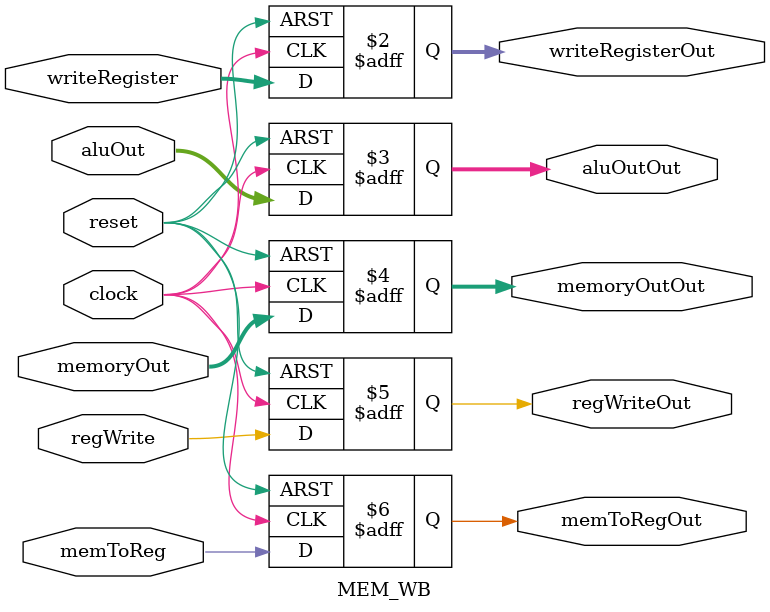
<source format=v>
`timescale 1ns / 1ps
module MEM_WB(
		input clock,
		input reset,
		input [4:0] writeRegister,
		input [31:0] aluOut,
		input [31:0] memoryOut,
		input regWrite,
		input memToReg,
		
		output reg [4:0] writeRegisterOut,
		output reg [31:0] aluOutOut,
		output reg [31:0] memoryOutOut,
		output reg regWriteOut,
		output reg memToRegOut
    );
	 
	 	 always @(negedge clock,posedge reset)begin
		if(reset)begin
			writeRegisterOut<=0;
			aluOutOut<=0;
			memoryOutOut<=0;
			regWriteOut<=0;
			memToRegOut<=0;
		end
		else begin
			writeRegisterOut<=writeRegister;
			aluOutOut<=aluOut;
			memoryOutOut<=memoryOut;
			regWriteOut<=regWrite;
			memToRegOut<=memToReg;
		end
		
	 end


endmodule

</source>
